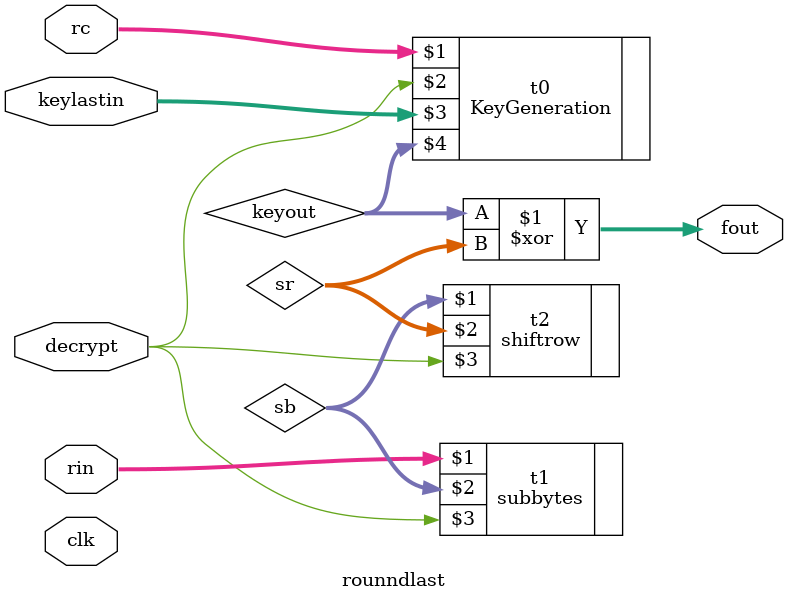
<source format=v>
`timescale 1ns / 1ps

module rounndlast(clk,decrypt,rc,rin,keylastin,fout);
input clk;
input decrypt;
input [3:0]rc;
input [127:0]rin;
input [127:0]keylastin;
output [127:0]fout;

wire [127:0] sb,sr,mcl,keyout;

KeyGeneration t0(rc,decrypt,keylastin,keyout);
subbytes t1(rin,sb,decrypt);
shiftrow t2(sb,sr,decrypt);
assign fout= keyout^sr;

endmodule

</source>
